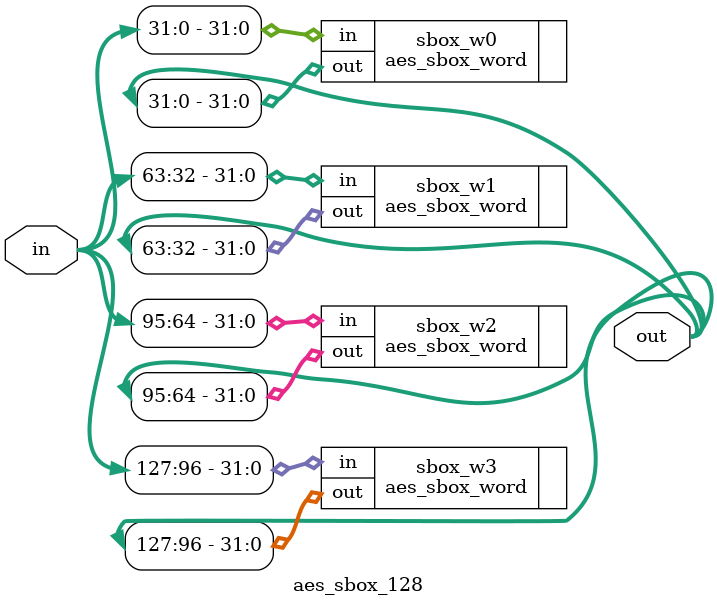
<source format=sv>
/*
* Contact : swann.l.ryan@gmail.com
* Purpose : This file contains a 128 bit substitution box
	    which is comprised of 4x 32 bit substitution boxes
*/

module aes_sbox_128(input logic [127:0] in,
		     output logic [127:0] out);
		     
		     
		//Declare the SBOX for (least significant) word 0 of the input
		aes_sbox_word sbox_w0(.in(in[31:0]),
				      .out(out[31:0]));
		//Declare the SBOX for word 1 of the input
		aes_sbox_word sbox_w1(.in(in[63:32]),
				      .out(out[63:32]));
		//Declare the SBOX for word 2 of the input
		aes_sbox_word sbox_w2(.in(in[95:64]),
				      .out(out[95:64]));	
		//Declare the SBOX for word 3 of the input	
		aes_sbox_word sbox_w3(.in(in[127:96]),
				      .out(out[127:96]));
				 
endmodule

</source>
